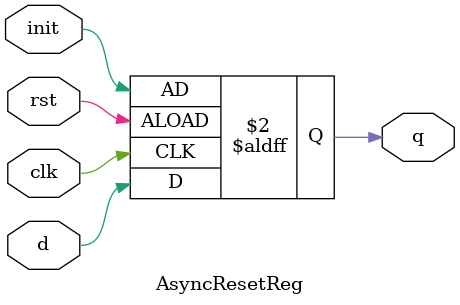
<source format=v>


/** This black-boxes an Async Reset
  * Reg.
  *  
  * Because Chisel doesn't support
  * parameterized black boxes, 
  * we unfortunately have to 
  * instantiate a number of these.
  *  
  *  Do not confuse an asynchronous
  *  reset signal with an asynchronously
  *  reset reg. You should still 
  *  properly synchronize your reset 
  *  deassertion.
  *  
  *  @param d Data input
  *  @param q Data Output
  *  @param clk Clock Input
  *  @param rst Reset Input
  *  
  *  @param init Value to write at Reset. 
  *  This is a constant, 
  *  but this construction
  *  will likely make backend flows
  *  and lint tools unhappy.
  * 
  */

module AsyncResetReg (
                      input      d,
                      output reg q,

                      input      clk,
                      input      rst,
                      
                      input      init);

   always @(posedge clk or posedge rst) begin

      if (rst) begin
         q <= init;
      end else begin
         q <= d;
      end
   
   end
   

endmodule // AsyncResetReg


</source>
